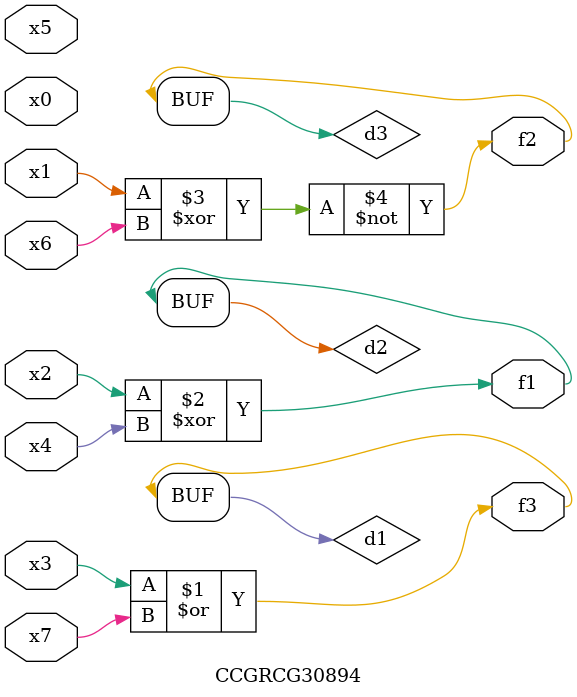
<source format=v>
module CCGRCG30894(
	input x0, x1, x2, x3, x4, x5, x6, x7,
	output f1, f2, f3
);

	wire d1, d2, d3;

	or (d1, x3, x7);
	xor (d2, x2, x4);
	xnor (d3, x1, x6);
	assign f1 = d2;
	assign f2 = d3;
	assign f3 = d1;
endmodule

</source>
